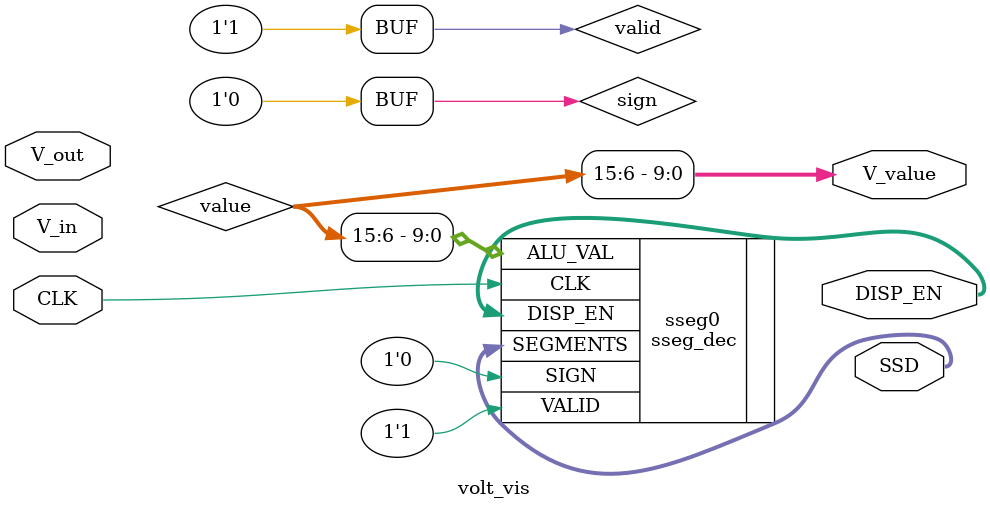
<source format=v>

module volt_vis(
input wire CLK,
input wire V_in,
input wire V_out,
output wire [9:0] V_value,
output wire [3:0] DISP_EN,
output wire [7:0] SSD
);

wire valid; wire sign;
wire [15:0] value;

  assign valid = 1'b1;
  assign sign = 1'b0;
  assign V_value = value[15:6];
  // adc adc0(
  //     .V_in(V_in),
  //   .V_out(V_out),
  //   .clk(CLK),
  //   .d_rdy(/* open */),
  //   .do_out(value));

  //15:4 2^10
  sseg_dec sseg0(
      .ALU_VAL(value[15:6]),
    .SIGN(sign),
    .VALID(valid),
    .CLK(CLK),
    .DISP_EN(DISP_EN),
    .SEGMENTS(SSD));


endmodule

</source>
